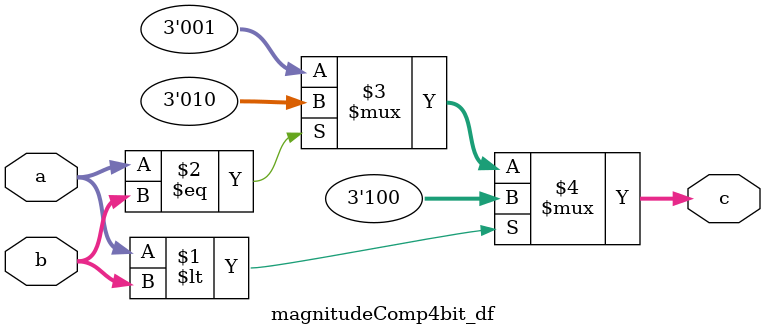
<source format=v>
module magnitudeComp4bit_beh(a,b,c);
    input [3:0] a,b;
    output [2:0] c;
    reg c;
    always @(a or b)
        if (a<b) c=3'b100;
        else if (a==b) c=3'b010;
        else c=3'b001;
endmodule

module magnitudeComp4bit_df(a,b,c);
    input [3:0] a,b;
    output [2:0] c;
    assign c=(a<b)?(3'b100):((a==b)?(3'b010):(3'b001));
endmodule

// module testbench;
//     reg [3:0] a,b;
//     wire [2:0] c;
//     magnitudeComp4bit_df mag (a,b,c);
//     initial
//         begin
//             $monitor(,$time," a=%b, b=%b, c=%b", a,b,c);
//             #0 a=4'b0000; b=4'b0001;
//             #5 a=4'b0110; b=4'b0110;
//             #5 a=4'b1101; b=4'b1010;
//             #100 $finish;
//         end
// endmodule
</source>
